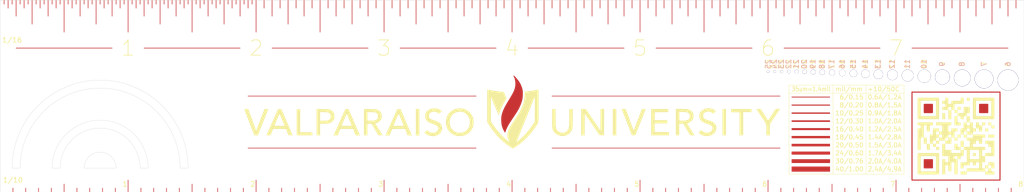
<source format=kicad_pcb>
(kicad_pcb (version 20171130) (host pcbnew "(5.1.5)-3")
  (layers (0 F.Cu signal hide) (31 B.Cu signal) (34 B.Paste user) (35 F.Paste user) (36 B.SilkS user) (37 F.SilkS user hide) (38 B.Mask user) (39 F.Mask user hide) (44 Edge.Cuts user))
  (net 0 "")
  (module PCB_Ruler_6_8:QR_Dots_FP (layer F.Cu) (at 240.50625 90.4875)
    (fp_text reference G*** hide)
    (fp_text value LOGO hide)
  )
  (module PCB_Ruler_6_8:QR_Dots_FP (layer F.Cu) (at 240.50625 90.4875)
    (fp_text reference G*** hide)
    (fp_text value LOGO hide)
    (fp_poly (pts (xy 5.299006 -6.399875) (xy 5.422054 -6.399673) (xy 5.500141 -6.399504) (xy 6.304458 -6.397625) (xy 6.331814 -6.378398) (xy 6.352735 -6.360746) (xy 6.372653 -6.339346) (xy 6.378397 -6.331814) (xy 6.397625 -6.304457) (xy 6.397625 -4.668345) (xy 6.378397 -4.640988) (xy 6.360745 -4.620066) (xy 6.339346 -4.600147) (xy 6.331814 -4.594403) (xy 6.304458 -4.575175) (xy 5.493791 -4.573689) (xy 5.375574 -4.573477) (xy 5.269388 -4.573306) (xy 5.174564 -4.573182) (xy 5.090434 -4.573113) (xy 5.016328 -4.573109) (xy 4.951578 -4.573178) (xy 4.895515 -4.573328) (xy 4.84747 -4.573566) (xy 4.806773 -4.573902) (xy 4.772757 -4.574343) (xy 4.744753 -4.574898) (xy 4.722091 -4.575576) (xy 4.704102 -4.576384) (xy 4.690119 -4.57733) (xy 4.679471 -4.578424) (xy 4.671491 -4.579672) (xy 4.665509 -4.581084) (xy 4.660856 -4.582668) (xy 4.657725 -4.584026) (xy 4.636601 -4.596677) (xy 4.616076 -4.613219) (xy 4.612009 -4.617263) (xy 4.606238 -4.623069) (xy 4.601048 -4.628137) (xy 4.596409 -4.633132) (xy 4.592289 -4.638723) (xy 4.588659 -4.645578) (xy 4.585487 -4.654365) (xy 4.582743 -4.66575) (xy 4.580396 -4.680403) (xy 4.578416 -4.69899) (xy 4.576772 -4.72218) (xy 4.575434 -4.75064) (xy 4.574371 -4.785038) (xy 4.573553 -4.826042) (xy 4.572948 -4.87432) (xy 4.572527 -4.930538) (xy 4.572258 -4.995366) (xy 4.572112 -5.069471) (xy 4.572057 -5.15352) (xy 4.572063 -5.248182) (xy 4.5721 -5.354123) (xy 4.572136 -5.472013) (xy 4.572139 -5.487784) (xy 4.572166 -5.60542) (xy 4.572211 -5.711028) (xy 4.572282 -5.80528) (xy 4.57239 -5.888847) (xy 4.572544 -5.962403) (xy 4.572753 -6.026618) (xy 4.573027 -6.082164) (xy 4.573376 -6.129715) (xy 4.573809 -6.169941) (xy 4.574335 -6.203515) (xy 4.574964 -6.231108) (xy 4.575706 -6.253392) (xy 4.57657 -6.27104) (xy 4.577565 -6.284723) (xy 4.578701 -6.295114) (xy 4.579988 -6.302883) (xy 4.581435 -6.308704) (xy 4.583052 -6.313248) (xy 4.583846 -6.315075) (xy 4.600394 -6.341115) (xy 4.62403 -6.365668) (xy 4.650656 -6.385029) (xy 4.671617 -6.394369) (xy 4.679966 -6.395494) (xy 4.697017 -6.396488) (xy 4.723116 -6.397352) (xy 4.758607 -6.39809) (xy 4.803835 -6.398703) (xy 4.859146 -6.399193) (xy 4.924883 -6.399562) (xy 5.001393 -6.399813) (xy 5.08902 -6.399947) (xy 5.18811 -6.399967) (xy 5.299006 -6.399875)) (layer F.Cu) (width 0.01))
    (fp_poly (pts (xy -5.673794 -6.399875) (xy -5.550746 -6.399673) (xy -5.472659 -6.399504) (xy -4.668342 -6.397625) (xy -4.640986 -6.378398) (xy -4.620065 -6.360746) (xy -4.600147 -6.339346) (xy -4.594403 -6.331814) (xy -4.575175 -6.304457) (xy -4.575175 -4.668345) (xy -4.594403 -4.640988) (xy -4.612055 -4.620066) (xy -4.633454 -4.600147) (xy -4.640986 -4.594403) (xy -4.668342 -4.575175) (xy -5.479009 -4.573689) (xy -5.597226 -4.573477) (xy -5.703412 -4.573306) (xy -5.798236 -4.573182) (xy -5.882366 -4.573113) (xy -5.956472 -4.573109) (xy -6.021222 -4.573178) (xy -6.077285 -4.573328) (xy -6.12533 -4.573566) (xy -6.166027 -4.573902) (xy -6.200043 -4.574343) (xy -6.228047 -4.574898) (xy -6.250709 -4.575576) (xy -6.268698 -4.576384) (xy -6.282681 -4.57733) (xy -6.293329 -4.578424) (xy -6.301309 -4.579672) (xy -6.307291 -4.581084) (xy -6.311944 -4.582668) (xy -6.315075 -4.584026) (xy -6.336199 -4.596677) (xy -6.356724 -4.613219) (xy -6.360791 -4.617263) (xy -6.366562 -4.623069) (xy -6.371752 -4.628137) (xy -6.376391 -4.633132) (xy -6.380511 -4.638723) (xy -6.384141 -4.645578) (xy -6.387313 -4.654365) (xy -6.390057 -4.66575) (xy -6.392404 -4.680403) (xy -6.394384 -4.69899) (xy -6.396028 -4.72218) (xy -6.397366 -4.75064) (xy -6.398429 -4.785038) (xy -6.399247 -4.826042) (xy -6.399852 -4.87432) (xy -6.400273 -4.930538) (xy -6.400542 -4.995366) (xy -6.400688 -5.069471) (xy -6.400743 -5.15352) (xy -6.400737 -5.248182) (xy -6.4007 -5.354123) (xy -6.400664 -5.472013) (xy -6.400661 -5.487784) (xy -6.400634 -5.60542) (xy -6.400589 -5.711028) (xy -6.400518 -5.80528) (xy -6.40041 -5.888847) (xy -6.400256 -5.962403) (xy -6.400047 -6.026618) (xy -6.399773 -6.082164) (xy -6.399424 -6.129715) (xy -6.398991 -6.169941) (xy -6.398465 -6.203515) (xy -6.397836 -6.231108) (xy -6.397094 -6.253392) (xy -6.39623 -6.27104) (xy -6.395235 -6.284723) (xy -6.394099 -6.295114) (xy -6.392812 -6.302883) (xy -6.391365 -6.308704) (xy -6.389748 -6.313248) (xy -6.388954 -6.315075) (xy -6.372406 -6.341115) (xy -6.34877 -6.365668) (xy -6.322144 -6.385029) (xy -6.301183 -6.394369) (xy -6.292834 -6.395494) (xy -6.275783 -6.396488) (xy -6.249684 -6.397352) (xy -6.214193 -6.39809) (xy -6.168965 -6.398703) (xy -6.113654 -6.399193) (xy -6.047917 -6.399562) (xy -5.971407 -6.399813) (xy -5.88378 -6.399947) (xy -5.78469 -6.399967) (xy -5.673794 -6.399875)) (layer F.Cu) (width 0.01))
    (fp_poly (pts (xy -5.673794 4.572925) (xy -5.550746 4.573127) (xy -5.472659 4.573296) (xy -4.668342 4.575175) (xy -4.640986 4.594402) (xy -4.620065 4.612054) (xy -4.600147 4.633454) (xy -4.594403 4.640986) (xy -4.575175 4.668343) (xy -4.575175 6.304455) (xy -4.594403 6.331812) (xy -4.612055 6.352734) (xy -4.633454 6.372653) (xy -4.640986 6.378397) (xy -4.668342 6.397625) (xy -5.479009 6.399111) (xy -5.597226 6.399323) (xy -5.703412 6.399494) (xy -5.798236 6.399618) (xy -5.882366 6.399687) (xy -5.956472 6.399691) (xy -6.021222 6.399622) (xy -6.077285 6.399472) (xy -6.12533 6.399234) (xy -6.166027 6.398898) (xy -6.200043 6.398457) (xy -6.228047 6.397902) (xy -6.250709 6.397224) (xy -6.268698 6.396416) (xy -6.282681 6.39547) (xy -6.293329 6.394376) (xy -6.301309 6.393128) (xy -6.307291 6.391716) (xy -6.311944 6.390132) (xy -6.315075 6.388774) (xy -6.336199 6.376123) (xy -6.356724 6.359581) (xy -6.360791 6.355537) (xy -6.366562 6.349731) (xy -6.371752 6.344663) (xy -6.376391 6.339668) (xy -6.380511 6.334077) (xy -6.384141 6.327222) (xy -6.387313 6.318435) (xy -6.390057 6.30705) (xy -6.392404 6.292397) (xy -6.394384 6.27381) (xy -6.396028 6.25062) (xy -6.397366 6.22216) (xy -6.398429 6.187762) (xy -6.399247 6.146758) (xy -6.399852 6.09848) (xy -6.400273 6.042262) (xy -6.400542 5.977434) (xy -6.400688 5.903329) (xy -6.400743 5.81928) (xy -6.400737 5.724618) (xy -6.4007 5.618677) (xy -6.400664 5.500787) (xy -6.400661 5.485016) (xy -6.400634 5.36738) (xy -6.400589 5.261772) (xy -6.400518 5.16752) (xy -6.40041 5.083953) (xy -6.400256 5.010397) (xy -6.400047 4.946182) (xy -6.399773 4.890636) (xy -6.399424 4.843085) (xy -6.398991 4.802859) (xy -6.398465 4.769285) (xy -6.397836 4.741692) (xy -6.397094 4.719408) (xy -6.39623 4.70176) (xy -6.395235 4.688077) (xy -6.394099 4.677686) (xy -6.392812 4.669917) (xy -6.391365 4.664096) (xy -6.389748 4.659552) (xy -6.388954 4.657725) (xy -6.372406 4.631685) (xy -6.34877 4.607132) (xy -6.322144 4.587771) (xy -6.301183 4.578431) (xy -6.292834 4.577306) (xy -6.275783 4.576312) (xy -6.249684 4.575448) (xy -6.214193 4.57471) (xy -6.168965 4.574097) (xy -6.113654 4.573607) (xy -6.047917 4.573238) (xy -5.971407 4.572987) (xy -5.88378 4.572853) (xy -5.78469 4.572833) (xy -5.673794 4.572925)) (layer F.Cu) (width 0.01))
  )
  (module PCB_Ruler_6_8:QR_Base_FP (layer F.Cu) (at 240.50625 90.4875)
    (fp_text reference G*** hide)
    (fp_text value LOGO hide)
  )
  (module PCB_Ruler_6_8:Flame_FP (layer F.Cu) (at 152.4 85.725)
    (fp_text reference G*** hide)
    (fp_text value LOGO hide)
    (fp_poly (pts (xy 0.335226 -7.250428) (xy 0.392447 -7.218016) (xy 0.485337 -7.137819) (xy 0.605216 -7.0195) (xy 0.743407 -6.872719) (xy 0.891229 -6.707138) (xy 1.040004 -6.532416) (xy 1.181053 -6.358216) (xy 1.305697 -6.194197) (xy 1.382609 -6.08455) (xy 1.676289 -5.585381) (xy 1.901832 -5.068951) (xy 2.057605 -4.53934) (xy 2.109523 -4.26635) (xy 2.126161 -4.097406) (xy 2.13416 -3.875387) (xy 2.134167 -3.619193) (xy 2.126829 -3.347726) (xy 2.112793 -3.079885) (xy 2.092706 -2.834571) (xy 2.067213 -2.630683) (xy 2.050457 -2.54) (xy 1.949597 -2.154985) (xy 1.810779 -1.7357) (xy 1.64204 -1.304009) (xy 1.451415 -0.881779) (xy 1.410319 -0.798286) (xy 1.345677 -0.670581) (xy 1.281629 -0.548392) (xy 1.214455 -0.425839) (xy 1.140438 -0.297043) (xy 1.055858 -0.156125) (xy 0.956998 0.002794) (xy 0.840138 0.185595) (xy 0.70156 0.398157) (xy 0.537545 0.646358) (xy 0.344375 0.936078) (xy 0.118332 1.273198) (xy -0.144304 1.663595) (xy -0.1847 1.723572) (xy -0.496663 2.206597) (xy -0.765419 2.664428) (xy -0.987836 3.091152) (xy -1.160782 3.480858) (xy -1.256526 3.7465) (xy -1.303243 3.885377) (xy -1.344414 3.993418) (xy -1.373931 4.055232) (xy -1.382554 4.064) (xy -1.414171 4.035929) (xy -1.469661 3.963453) (xy -1.517925 3.891643) (xy -1.753115 3.473248) (xy -1.931438 3.037821) (xy -2.055572 2.575522) (xy -2.12819 2.076512) (xy -2.151896 1.560404) (xy -2.151234 1.322706) (xy -2.145383 1.135926) (xy -2.132302 0.978479) (xy -2.10995 0.828782) (xy -2.076287 0.665249) (xy -2.060978 0.598714) (xy -2.000176 0.355084) (xy -1.933266 0.122068) (xy -1.856879 -0.10728) (xy -1.767644 -0.339907) (xy -1.66219 -0.582761) (xy -1.537146 -0.842788) (xy -1.389143 -1.126937) (xy -1.214809 -1.442153) (xy -1.010775 -1.795385) (xy -0.773668 -2.19358) (xy -0.50012 -2.643684) (xy -0.441338 -2.739571) (xy -0.189032 -3.158571) (xy 0.022464 -3.528664) (xy 0.196746 -3.858343) (xy 0.33741 -4.156102) (xy 0.448052 -4.430432) (xy 0.53227 -4.689827) (xy 0.593658 -4.942779) (xy 0.635813 -5.197782) (xy 0.649482 -5.315616) (xy 0.664341 -5.799697) (xy 0.610053 -6.272959) (xy 0.487799 -6.728047) (xy 0.379046 -6.996428) (xy 0.319591 -7.127346) (xy 0.288943 -7.205331) (xy 0.284916 -7.243067) (xy 0.305319 -7.25324) (xy 0.335226 -7.250428)) (layer F.Cu) (width 0.01))
  )
  (module PCB_Ruler_6_8:Flame_FP (layer F.Cu) (at 152.4 85.725)
    (fp_text reference G*** hide)
    (fp_text value LOGO hide)
  )
  (module PCB_Ruler_6_8:Logo_FP (layer F.Cu) (at 152.4 85.725)
    (fp_text reference G*** hide)
    (fp_text value LOGO hide)
  )
  (gr_text 21 (at 208.790012 76.2 90) (layer B.SilkS) (effects (font (size 1 1)) (justify mirror)))
  (gr_text 22 (at 207.274034 76.2 90) (layer B.SilkS) (effects (font (size 1 1)) (justify mirror)))
  (gr_text 23 (at 205.834256 76.2 90) (layer B.SilkS) (effects (font (size 1 1)) (justify mirror)))
  (gr_text "25\n" (at 203.2 76.2 90) (layer B.SilkS) (effects (font (size 1 1)) (justify mirror)))
  (gr_text 24 (at 204.457978 76.2 90) (layer B.SilkS) (effects (font (size 1 1)) (justify mirror)))
  (gr_text 19 (at 212.101368 76.2 90) (layer B.SilkS) (effects (font (size 1 1)) (justify mirror)))
  (gr_text 17 (at 215.831824 76.2 90) (layer B.SilkS) (effects (font (size 1 1)) (justify mirror)))
  (gr_text 14 (at 222.462558 76.2 90) (layer B.SilkS) (effects (font (size 1 1)) (justify mirror)))
  (gr_text 20 (at 210.39489 76.2 90) (layer B.SilkS) (effects (font (size 1 1)) (justify mirror)))
  (gr_text "8\n" (at 241.680326 76.2 90) (layer B.SilkS) (effects (font (size 1 1)) (justify mirror)))
  (gr_text "6\n" (at 250.825 76.2 90) (layer B.SilkS) (effects (font (size 1 1)) (justify mirror)))
  (gr_text 11 (at 230.845892 76.2 90) (layer B.SilkS) (effects (font (size 1 1)) (justify mirror)))
  (gr_text 16 (at 217.881202 76.2 90) (layer B.SilkS) (effects (font (size 1 1)) (justify mirror)))
  (gr_text "7\n" (at 246.0625 76.2 90) (layer B.SilkS) (effects (font (size 1 1)) (justify mirror)))
  (gr_text 15 (at 220.08298 76.2 90) (layer B.SilkS) (effects (font (size 1 1)) (justify mirror)))
  (gr_text 9 (at 237.738648 76.2 90) (layer B.SilkS) (effects (font (size 1 1)) (justify mirror)))
  (gr_text 13 (at 225.032636 76.2 90) (layer B.SilkS) (effects (font (size 1 1)) (justify mirror)))
  (gr_text 18 (at 213.909446 76.2 90) (layer B.SilkS) (effects (font (size 1 1)) (justify mirror)))
  (gr_text 12 (at 227.818614 76.2 90) (layer B.SilkS) (effects (font (size 1 1)) (justify mirror)))
  (gr_text 10 (at 234.13987 76.2 90) (layer B.SilkS) (effects (font (size 1 1)) (justify mirror)))
  (gr_line (start 249.2375 99.21875) (end 249.2375 81.75625) (layer F.Cu) (width 0.2))
  (gr_line (start 249.2375 81.75625) (end 231.775 81.75625) (layer F.Cu) (width 0.2))
  (gr_line (start 231.775 99.21875) (end 249.2375 99.21875) (layer F.Cu) (width 0.2))
  (gr_line (start 231.775 81.75625) (end 231.775 99.21875) (layer F.Cu) (width 0.2))
  (gr_text "1/16\n\n\n" (at 53.18125 73.025) (layer F.SilkS) (effects (font (size 1 1))))
  (gr_line (start 100.80625 63.5) (end 100.80625 64.29375) (layer F.Cu) (width 0.12))
  (gr_line (start 99.21875 63.5) (end 99.21875 64.29375) (layer F.Cu) (width 0.12))
  (gr_line (start 97.63125 63.5) (end 97.63125 64.29375) (layer F.Cu) (width 0.12))
  (gr_line (start 96.04375 63.5) (end 96.04375 64.29375) (layer F.Cu) (width 0.12))
  (gr_line (start 94.45625 63.5) (end 94.45625 64.29375) (layer F.Cu) (width 0.12))
  (gr_line (start 92.86875 63.5) (end 92.86875 64.29375) (layer F.Cu) (width 0.12))
  (gr_line (start 91.28125 63.5) (end 91.28125 64.29375) (layer F.Cu) (width 0.12))
  (gr_line (start 89.69375 63.5) (end 89.69375 64.29375) (layer F.Cu) (width 0.12))
  (gr_line (start 88.10625 63.5) (end 88.10625 64.29375) (layer F.Cu) (width 0.12))
  (gr_line (start 86.51875 63.5) (end 86.51875 64.29375) (layer F.Cu) (width 0.12))
  (gr_line (start 84.93125 63.5) (end 84.93125 64.29375) (layer F.Cu) (width 0.12))
  (gr_line (start 83.34375 63.5) (end 83.34375 64.29375) (layer F.Cu) (width 0.12))
  (gr_line (start 81.75625 63.5) (end 81.75625 64.29375) (layer F.Cu) (width 0.12))
  (gr_line (start 80.16875 63.5) (end 80.16875 64.29375) (layer F.Cu) (width 0.12))
  (gr_line (start 78.58125 63.5) (end 78.58125 64.29375) (layer F.Cu) (width 0.12))
  (gr_line (start 76.99375 63.5) (end 76.99375 64.29375) (layer F.Cu) (width 0.12))
  (gr_line (start 75.40625 63.5) (end 75.40625 64.29375) (layer F.Cu) (width 0.12))
  (gr_line (start 73.81875 63.5) (end 73.81875 64.29375) (layer F.Cu) (width 0.12))
  (gr_line (start 72.23125 63.5) (end 72.23125 64.29375) (layer F.Cu) (width 0.12))
  (gr_line (start 70.64375 63.5) (end 70.64375 64.29375) (layer F.Cu) (width 0.12))
  (gr_line (start 69.05625 63.5) (end 69.05625 64.29375) (layer F.Cu) (width 0.12))
  (gr_line (start 67.46875 63.5) (end 67.46875 64.29375) (layer F.Cu) (width 0.12))
  (gr_line (start 65.88125 63.5) (end 65.88125 64.29375) (layer F.Cu) (width 0.12))
  (gr_line (start 64.29375 63.5) (end 64.29375 64.29375) (layer F.Cu) (width 0.12))
  (gr_line (start 62.70625 63.5) (end 62.70625 64.29375) (layer F.Cu) (width 0.12))
  (gr_line (start 61.11875 63.5) (end 61.11875 64.29375) (layer F.Cu) (width 0.12))
  (gr_line (start 59.53125 63.5) (end 59.53125 64.29375) (layer F.Cu) (width 0.12))
  (gr_line (start 57.94375 63.5) (end 57.94375 64.29375) (layer F.Cu) (width 0.12))
  (gr_line (start 56.35625 63.5) (end 56.35625 64.29375) (layer F.Cu) (width 0.12))
  (gr_line (start 54.76875 63.5) (end 54.76875 64.29375) (layer F.Cu) (width 0.12))
  (gr_line (start 53.18125 63.5) (end 53.18125 64.29375) (layer F.Cu) (width 0.12))
  (gr_line (start 51.59375 63.5) (end 51.59375 64.29375) (layer F.Cu) (width 0.12))
  (gr_text "1/10\n\n" (at 53.34 100.0125) (layer F.SilkS) (effects (font (size 1 1))))
  (gr_line (start 254 63.5) (end 50.8 63.5) (layer Edge.Cuts) (width 0.05))
  (gr_line (start 100.0125 82.55) (end 145.25625 82.55) (layer F.Cu) (width 0.12))
  (gr_line (start 100.0125 92.86875) (end 145.25625 92.86875) (layer F.Cu) (width 0.12))
  (gr_line (start 160.3375 92.86875) (end 205.58125 92.86875) (layer F.Cu) (width 0.12))
  (gr_line (start 160.3375 82.55) (end 205.58125 82.55) (layer F.Cu) (width 0.12))
  (gr_line (start 222.647308 80.367188) (end 222.647308 98.028116) (layer F.SilkS) (width 0.0762))
  (gr_line (start 216.098434 80.367188) (end 216.098434 98.028116) (layer F.SilkS) (width 0.0762))
  (gr_line (start 207.367184 81.954688) (end 207.367184 98.028116) (layer F.SilkS) (width 0.0762))
  (gr_line (start 230.187952 81.954688) (end 230.18835 98.028116) (layer F.SilkS) (width 0.0762))
  (gr_line (start 207.367582 98.028116) (end 230.18835 98.028116) (layer F.SilkS) (width 0.0762))
  (gr_line (start 230.187952 80.367188) (end 230.187952 81.954688) (layer F.SilkS) (width 0.0762))
  (gr_line (start 207.367184 80.367188) (end 230.187952 80.367188) (layer F.SilkS) (width 0.0762))
  (gr_line (start 207.367184 81.954688) (end 207.367184 80.367188) (layer F.SilkS) (width 0.0762))
  (gr_line (start 230.187952 81.954688) (end 207.367184 81.954688) (layer F.SilkS) (width 0.0762))
  (gr_text 35um=1.4mil (at 215.701559 81.160938) (layer F.SilkS) (effects (font (size 0.889 0.762)) (justify right)))
  (gr_text +10/50C (at 229.3942 81.160938) (layer F.SilkS) (effects (font (size 0.889 0.889)) (justify right)))
  (gr_text mil/mm (at 222.051994 81.160938) (layer F.SilkS) (effects (font (size 0.889 0.889)) (justify right)))
  (gr_text 2.0A/4.0A (at 229.790625 95.448438) (layer F.SilkS) (effects (font (size 1 0.889)) (justify right)))
  (gr_text 1.5A/3.0A (at 229.790625 92.273438) (layer F.SilkS) (effects (font (size 0.889 0.889)) (justify right)))
  (gr_text 2.4A/4.9A (at 229.790625 97.035938) (layer F.SilkS) (effects (font (size 1 0.889)) (justify right)))
  (gr_text 1.7A/3.4A (at 229.790625 93.860938) (layer F.SilkS) (effects (font (size 0.889 0.889)) (justify right)))
  (gr_text 1.4A/2.8A (at 229.790625 90.685938) (layer F.SilkS) (effects (font (size 0.889 0.889)) (justify right)))
  (gr_text 1.2A/2.5A (at 229.790625 89.098438) (layer F.SilkS) (effects (font (size 0.889 0.889)) (justify right)))
  (gr_text 1.0A/2.0A (at 229.790615 87.510938) (layer F.SilkS) (effects (font (size 0.889 0.889)) (justify right)))
  (gr_text "0.9A/1.8A\n" (at 229.790615 85.923438) (layer F.SilkS) (effects (font (size 0.889 0.889)) (justify right)))
  (gr_text "0.8A/1.5A\n" (at 229.790615 84.335938) (layer F.SilkS) (effects (font (size 0.889 0.889)) (justify right)))
  (gr_text 0.6A/1.2A (at 229.790615 82.748438) (layer F.SilkS) (effects (font (size 0.889 0.889)) (justify right)))
  (gr_text "6/0.15\n" (at 222.249994 82.748438) (layer F.SilkS) (effects (font (size 0.889 0.889)) (justify right)))
  (gr_text 40/1.00 (at 222.250002 97.035938) (layer F.SilkS) (effects (font (size 0.889 0.889)) (justify right)))
  (gr_text 30/0.76 (at 222.250002 95.448438) (layer F.SilkS) (effects (font (size 0.889 0.889)) (justify right)))
  (gr_text 24/0.60 (at 222.250002 93.860938) (layer F.SilkS) (effects (font (size 0.889 0.889)) (justify right)))
  (gr_text 20/0.50 (at 222.250002 92.273438) (layer F.SilkS) (effects (font (size 0.889 0.889)) (justify right)))
  (gr_text 18/0.45 (at 222.250002 90.685938) (layer F.SilkS) (effects (font (size 0.889 0.889)) (justify right)))
  (gr_text 16/0.40 (at 222.250002 89.098438) (layer F.SilkS) (effects (font (size 0.889 0.889)) (justify right)))
  (gr_text "12/0.30\n" (at 222.249994 87.510938) (layer F.SilkS) (effects (font (size 0.889 0.889)) (justify right)))
  (gr_text "10/0.25\n" (at 222.249994 85.923438) (layer F.SilkS) (effects (font (size 0.889 0.889)) (justify right)))
  (gr_text "8/0.20\n" (at 222.249994 84.335938) (layer F.SilkS) (effects (font (size 0.889 0.889)) (justify right)))
  (gr_poly (pts (xy 215.503121 89.301638) (xy 207.883121 89.301638) (xy 207.883121 88.895238) (xy 215.503121 88.895238)) (layer F.Cu) (width 0))
  (gr_poly (pts (xy 215.503121 92.527438) (xy 207.883121 92.527438) (xy 207.883121 92.019438) (xy 215.503121 92.019438)) (layer F.Cu) (width 0))
  (gr_poly (pts (xy 215.503121 97.543938) (xy 207.883121 97.543938) (xy 207.883121 96.527938) (xy 215.503121 96.527938)) (layer F.Cu) (width 0))
  (gr_poly (pts (xy 215.503121 95.829438) (xy 207.883121 95.829438) (xy 207.883121 95.067438) (xy 215.503121 95.067438)) (layer F.Cu) (width 0))
  (gr_poly (pts (xy 215.503121 94.165738) (xy 207.883121 94.165738) (xy 207.883121 93.556138) (xy 215.503121 93.556138)) (layer F.Cu) (width 0))
  (gr_poly (pts (xy 215.503121 90.914538) (xy 207.883121 90.914538) (xy 207.883121 90.457338) (xy 215.503121 90.457338)) (layer F.Cu) (width 0))
  (gr_poly (pts (xy 215.503121 87.663338) (xy 207.883121 87.663338) (xy 207.883121 87.358538) (xy 215.503121 87.358538)) (layer F.Cu) (width 0))
  (gr_poly (pts (xy 215.503121 86.050438) (xy 207.883121 86.050438) (xy 207.883121 85.796438) (xy 215.503121 85.796438)) (layer F.Cu) (width 0))
  (gr_poly (pts (xy 215.503121 84.437538) (xy 207.883121 84.437538) (xy 207.883121 84.234338) (xy 215.503121 84.234338)) (layer F.Cu) (width 0))
  (gr_poly (pts (xy 215.503121 82.824638) (xy 207.883121 82.824638) (xy 207.883121 82.672238) (xy 215.503121 82.672238)) (layer F.Cu) (width 0))
  (gr_line (start 254 101.6) (end 50.8 101.6) (layer Edge.Cuts) (width 0.05))
  (gr_text 8 (at 253.365 100.0125) (layer F.SilkS) (effects (font (size 1 1))))
  (gr_line (start 231.14 101.6) (end 231.14 100.80625) (layer F.Cu) (width 0.12))
  (gr_line (start 241.3 101.6) (end 241.3 100.0125) (layer F.Cu) (width 0.12))
  (gr_line (start 238.76 101.6) (end 238.76 100.80625) (layer F.Cu) (width 0.12))
  (gr_line (start 246.38 101.6) (end 246.38 100.80625) (layer F.Cu) (width 0.12))
  (gr_line (start 251.46 101.6) (end 251.46 100.80625) (layer F.Cu) (width 0.12))
  (gr_line (start 243.84 101.6) (end 243.84 100.80625) (layer F.Cu) (width 0.12))
  (gr_line (start 233.68 101.6) (end 233.68 100.80625) (layer F.Cu) (width 0.12))
  (gr_line (start 248.92 101.6) (end 248.92 100.80625) (layer F.Cu) (width 0.12))
  (gr_line (start 236.22 101.6) (end 236.22 100.80625) (layer F.Cu) (width 0.12))
  (gr_text 7 (at 227.965 100.0125) (layer F.SilkS) (effects (font (size 1 1))))
  (gr_line (start 205.74 101.6) (end 205.74 100.80625) (layer F.Cu) (width 0.12))
  (gr_line (start 228.6 101.6) (end 228.6 99.21875) (layer F.Cu) (width 0.12))
  (gr_line (start 215.9 101.6) (end 215.9 100.0125) (layer F.Cu) (width 0.12))
  (gr_line (start 213.36 101.6) (end 213.36 100.80625) (layer F.Cu) (width 0.12))
  (gr_line (start 220.98 101.6) (end 220.98 100.80625) (layer F.Cu) (width 0.12))
  (gr_line (start 226.06 101.6) (end 226.06 100.80625) (layer F.Cu) (width 0.12))
  (gr_line (start 218.44 101.6) (end 218.44 100.80625) (layer F.Cu) (width 0.12))
  (gr_line (start 208.28 101.6) (end 208.28 100.80625) (layer F.Cu) (width 0.12))
  (gr_line (start 223.52 101.6) (end 223.52 100.80625) (layer F.Cu) (width 0.12))
  (gr_line (start 210.82 101.6) (end 210.82 100.80625) (layer F.Cu) (width 0.12))
  (gr_text 6 (at 202.565 100.0125) (layer F.SilkS) (effects (font (size 1 1))))
  (gr_line (start 180.34 101.6) (end 180.34 100.80625) (layer F.Cu) (width 0.12))
  (gr_line (start 203.2 101.6) (end 203.2 99.21875) (layer F.Cu) (width 0.12))
  (gr_line (start 190.5 101.6) (end 190.5 100.0125) (layer F.Cu) (width 0.12))
  (gr_line (start 187.96 101.6) (end 187.96 100.80625) (layer F.Cu) (width 0.12))
  (gr_line (start 195.58 101.6) (end 195.58 100.80625) (layer F.Cu) (width 0.12))
  (gr_line (start 200.66 101.6) (end 200.66 100.80625) (layer F.Cu) (width 0.12))
  (gr_line (start 193.04 101.6) (end 193.04 100.80625) (layer F.Cu) (width 0.12))
  (gr_line (start 182.88 101.6) (end 182.88 100.80625) (layer F.Cu) (width 0.12))
  (gr_line (start 198.12 101.6) (end 198.12 100.80625) (layer F.Cu) (width 0.12))
  (gr_line (start 185.42 101.6) (end 185.42 100.80625) (layer F.Cu) (width 0.12))
  (gr_text 5 (at 177.165 100.0125) (layer F.SilkS) (effects (font (size 1 1))))
  (gr_line (start 154.94 101.6) (end 154.94 100.80625) (layer F.Cu) (width 0.12))
  (gr_line (start 177.8 101.6) (end 177.8 99.21875) (layer F.Cu) (width 0.12))
  (gr_line (start 165.1 101.6) (end 165.1 100.0125) (layer F.Cu) (width 0.12))
  (gr_line (start 162.56 101.6) (end 162.56 100.80625) (layer F.Cu) (width 0.12))
  (gr_line (start 170.18 101.6) (end 170.18 100.80625) (layer F.Cu) (width 0.12))
  (gr_line (start 175.26 101.6) (end 175.26 100.80625) (layer F.Cu) (width 0.12))
  (gr_line (start 167.64 101.6) (end 167.64 100.80625) (layer F.Cu) (width 0.12))
  (gr_line (start 157.48 101.6) (end 157.48 100.80625) (layer F.Cu) (width 0.12))
  (gr_line (start 172.72 101.6) (end 172.72 100.80625) (layer F.Cu) (width 0.12))
  (gr_line (start 160.02 101.6) (end 160.02 100.80625) (layer F.Cu) (width 0.12))
  (gr_text 4 (at 151.765 100.0125) (layer F.SilkS) (effects (font (size 1 1))))
  (gr_line (start 129.54 101.6) (end 129.54 100.80625) (layer F.Cu) (width 0.12))
  (gr_line (start 152.4 101.6) (end 152.4 99.21875) (layer F.Cu) (width 0.12))
  (gr_line (start 139.7 101.6) (end 139.7 100.0125) (layer F.Cu) (width 0.12))
  (gr_line (start 137.16 101.6) (end 137.16 100.80625) (layer F.Cu) (width 0.12))
  (gr_line (start 144.78 101.6) (end 144.78 100.80625) (layer F.Cu) (width 0.12))
  (gr_line (start 149.86 101.6) (end 149.86 100.80625) (layer F.Cu) (width 0.12))
  (gr_line (start 142.24 101.6) (end 142.24 100.80625) (layer F.Cu) (width 0.12))
  (gr_line (start 132.08 101.6) (end 132.08 100.80625) (layer F.Cu) (width 0.12))
  (gr_line (start 147.32 101.6) (end 147.32 100.80625) (layer F.Cu) (width 0.12))
  (gr_line (start 134.62 101.6) (end 134.62 100.80625) (layer F.Cu) (width 0.12))
  (gr_text 3 (at 126.365 100.0125) (layer F.SilkS) (effects (font (size 1 1))))
  (gr_line (start 104.14 101.6) (end 104.14 100.80625) (layer F.Cu) (width 0.12))
  (gr_line (start 127 101.6) (end 127 99.21875) (layer F.Cu) (width 0.12))
  (gr_line (start 114.3 101.6) (end 114.3 100.0125) (layer F.Cu) (width 0.12))
  (gr_line (start 111.76 101.6) (end 111.76 100.80625) (layer F.Cu) (width 0.12))
  (gr_line (start 119.38 101.6) (end 119.38 100.80625) (layer F.Cu) (width 0.12))
  (gr_line (start 124.46 101.6) (end 124.46 100.80625) (layer F.Cu) (width 0.12))
  (gr_line (start 116.84 101.6) (end 116.84 100.80625) (layer F.Cu) (width 0.12))
  (gr_line (start 106.68 101.6) (end 106.68 100.80625) (layer F.Cu) (width 0.12))
  (gr_line (start 121.92 101.6) (end 121.92 100.80625) (layer F.Cu) (width 0.12))
  (gr_line (start 109.22 101.6) (end 109.22 100.80625) (layer F.Cu) (width 0.12))
  (gr_text 2 (at 100.965 100.0125) (layer F.SilkS) (effects (font (size 1 1))))
  (gr_line (start 78.74 101.6) (end 78.74 100.80625) (layer F.Cu) (width 0.12))
  (gr_line (start 101.6 101.6) (end 101.6 99.21875) (layer F.Cu) (width 0.12))
  (gr_line (start 88.9 101.6) (end 88.9 100.0125) (layer F.Cu) (width 0.12))
  (gr_line (start 86.36 101.6) (end 86.36 100.80625) (layer F.Cu) (width 0.12))
  (gr_line (start 93.98 101.6) (end 93.98 100.80625) (layer F.Cu) (width 0.12))
  (gr_line (start 99.06 101.6) (end 99.06 100.80625) (layer F.Cu) (width 0.12))
  (gr_line (start 91.44 101.6) (end 91.44 100.80625) (layer F.Cu) (width 0.12))
  (gr_line (start 81.28 101.6) (end 81.28 100.80625) (layer F.Cu) (width 0.12))
  (gr_line (start 96.52 101.6) (end 96.52 100.80625) (layer F.Cu) (width 0.12))
  (gr_line (start 83.82 101.6) (end 83.82 100.80625) (layer F.Cu) (width 0.12))
  (gr_line (start 73.66 101.6) (end 73.66 100.80625) (layer F.Cu) (width 0.12))
  (gr_line (start 71.12 101.6) (end 71.12 100.80625) (layer F.Cu) (width 0.12))
  (gr_line (start 68.58 101.6) (end 68.58 100.80625) (layer F.Cu) (width 0.12))
  (gr_line (start 66.04 101.6) (end 66.04 100.80625) (layer F.Cu) (width 0.12))
  (gr_line (start 60.96 101.6) (end 60.96 100.80625) (layer F.Cu) (width 0.12))
  (gr_line (start 58.42 101.6) (end 58.42 100.80625) (layer F.Cu) (width 0.12))
  (gr_line (start 55.88 101.6) (end 55.88 100.80625) (layer F.Cu) (width 0.12))
  (gr_line (start 254 101.6) (end 254 63.5) (layer Edge.Cuts) (width 0.05))
  (gr_text 1 (at 75.565 100.0125) (layer F.SilkS) (effects (font (size 1 1))))
  (gr_line (start 76.2 101.6) (end 76.2 99.21875) (layer F.Cu) (width 0.12))
  (gr_line (start 63.5 101.6) (end 63.5 100.0125) (layer F.Cu) (width 0.12))
  (gr_line (start 53.34 101.6) (end 53.34 100.80625) (layer F.Cu) (width 0.12))
  (gr_text 19 (at 212.101368 76.2 90) (layer F.SilkS) (effects (font (size 1 1))))
  (gr_text "25\n" (at 203.2 76.2 90) (layer F.SilkS) (effects (font (size 1 1))))
  (gr_text 24 (at 204.457978 76.2 90) (layer F.SilkS) (effects (font (size 1 1))))
  (gr_text 23 (at 205.834256 76.2 90) (layer F.SilkS) (effects (font (size 1 1))))
  (gr_text 22 (at 207.274034 76.2 90) (layer F.SilkS) (effects (font (size 1 1))))
  (gr_text 21 (at 208.790012 76.2 90) (layer F.SilkS) (effects (font (size 1 1))))
  (gr_text 20 (at 210.39489 76.2 90) (layer F.SilkS) (effects (font (size 1 1))))
  (gr_text 18 (at 213.909446 76.2 90) (layer F.SilkS) (effects (font (size 1 1))))
  (gr_text 17 (at 215.831824 76.2 90) (layer F.SilkS) (effects (font (size 1 1))))
  (gr_text 16 (at 217.881202 76.2 90) (layer F.SilkS) (effects (font (size 1 1))))
  (gr_text 15 (at 220.08298 76.2 90) (layer F.SilkS) (effects (font (size 1 1))))
  (gr_text 14 (at 222.462558 76.2 90) (layer F.SilkS) (effects (font (size 1 1))))
  (gr_text 13 (at 225.032636 76.2 90) (layer F.SilkS) (effects (font (size 1 1))))
  (gr_text 12 (at 227.818614 76.2 90) (layer F.SilkS) (effects (font (size 1 1))))
  (gr_text 11 (at 230.845892 76.2 90) (layer F.SilkS) (effects (font (size 1 1))))
  (gr_text 10 (at 234.13987 76.2 90) (layer F.SilkS) (effects (font (size 1 1))))
  (gr_text 9 (at 237.738648 76.2 90) (layer F.SilkS) (effects (font (size 1 1))))
  (gr_text "8\n" (at 241.680326 76.2 90) (layer F.SilkS) (effects (font (size 1 1))))
  (gr_text "7\n" (at 246.0625 76.2 90) (layer F.SilkS) (effects (font (size 1 1))))
  (gr_text "6\n" (at 250.825 76.2 90) (layer F.SilkS) (effects (font (size 1 1))))
  (gr_line (start 73.81875 96.8375) (end 67.46875 96.8375) (layer Edge.Cuts) (width 0.05))
  (gr_arc (start 70.64375 96.8375) (end 73.81875 96.8375) (angle -180) (layer Edge.Cuts) (width 0.05))
  (gr_line (start 54.76875 96.8375) (end 53.18125 96.8375) (layer Edge.Cuts) (width 0.05))
  (gr_line (start 86.51875 96.8375) (end 88.10625 96.8375) (layer Edge.Cuts) (width 0.05))
  (gr_line (start 78.58125 96.8375) (end 80.16875 96.8375) (layer Edge.Cuts) (width 0.05))
  (gr_line (start 61.11875 96.8375) (end 62.70625 96.8375) (layer Edge.Cuts) (width 0.05))
  (gr_arc (start 70.64375 96.8375) (end 80.16875 96.8375) (angle -180) (layer Edge.Cuts) (width 0.05))
  (gr_arc (start 70.64375 96.8375) (end 78.58125 96.8375) (angle -180) (layer Edge.Cuts) (width 0.05))
  (gr_arc (start 70.64375 96.8375) (end 86.51875 96.8375) (angle -180) (layer Edge.Cuts) (width 0.05))
  (gr_arc (start 70.64375 96.8375) (end 88.10625 96.8375) (angle -180) (layer Edge.Cuts) (width 0.05))
  (gr_line (start 231.775 73.025) (end 250.825 73.025) (layer F.Cu) (width 0.12))
  (gr_text 7 (at 228.6 73.025) (layer F.SilkS) (effects (font (size 3.048 3.048))))
  (gr_line (start 206.375 73.025) (end 225.425 73.025) (layer F.Cu) (width 0.12))
  (gr_line (start 228.6 63.5) (end 228.6 69.85) (layer F.Cu) (width 0.12))
  (gr_text 6 (at 203.2 73.025) (layer F.SilkS) (effects (font (size 3.048 3.048))))
  (gr_line (start 180.975 73.025) (end 200.025 73.025) (layer F.Cu) (width 0.12))
  (gr_line (start 203.2 63.5) (end 203.2 69.85) (layer F.Cu) (width 0.12))
  (gr_text 5 (at 177.8 73.025) (layer F.SilkS) (effects (font (size 3.048 3.048))))
  (gr_line (start 155.575 73.025) (end 174.625 73.025) (layer F.Cu) (width 0.12))
  (gr_line (start 177.8 63.5) (end 177.8 69.85) (layer F.Cu) (width 0.12))
  (gr_text 4 (at 152.4 73.025) (layer F.SilkS) (effects (font (size 3.048 3.048))))
  (gr_line (start 130.175 73.025) (end 149.225 73.025) (layer F.Cu) (width 0.12))
  (gr_line (start 152.4 63.5) (end 152.4 69.85) (layer F.Cu) (width 0.12))
  (gr_text 3 (at 127 73.025) (layer F.SilkS) (effects (font (size 3.048 3.048))))
  (gr_line (start 104.775 73.025) (end 123.825 73.025) (layer F.Cu) (width 0.12))
  (gr_line (start 127 63.5) (end 127 69.85) (layer F.Cu) (width 0.12))
  (gr_text "2\n" (at 101.6 73.025) (layer F.SilkS) (effects (font (size 3.048 3.048))))
  (gr_line (start 79.375 73.025) (end 98.425 73.025) (layer F.Cu) (width 0.12))
  (gr_line (start 101.6 63.5) (end 101.6 69.85) (layer F.Cu) (width 0.12))
  (gr_line (start 76.2 63.5) (end 76.2 69.85) (layer F.Cu) (width 0.12))
  (gr_line (start 53.975 73.025) (end 73.025 73.025) (layer F.Cu) (width 0.12))
  (gr_text 1 (at 76.2 73.025) (layer F.SilkS) (effects (font (size 3.048 3.048))))
  (gr_line (start 230.1875 63.5) (end 230.1875 65.0875) (layer F.Cu) (width 0.12))
  (gr_line (start 233.3625 63.5) (end 233.3625 65.0875) (layer F.Cu) (width 0.12))
  (gr_line (start 241.3 63.5) (end 241.3 69.85) (layer F.Cu) (width 0.12))
  (gr_line (start 236.5375 63.5) (end 236.5375 65.0875) (layer F.Cu) (width 0.12))
  (gr_line (start 247.65 63.5) (end 247.65 68.2625) (layer F.Cu) (width 0.12))
  (gr_line (start 231.775 63.5) (end 231.775 66.675) (layer F.Cu) (width 0.12))
  (gr_line (start 252.4125 63.5) (end 252.4125 65.0875) (layer F.Cu) (width 0.12))
  (gr_line (start 246.0625 63.5) (end 246.0625 65.0875) (layer F.Cu) (width 0.12))
  (gr_line (start 244.475 63.5) (end 244.475 66.675) (layer F.Cu) (width 0.12))
  (gr_line (start 238.125 63.5) (end 238.125 66.675) (layer F.Cu) (width 0.12))
  (gr_line (start 239.7125 63.5) (end 239.7125 65.0875) (layer F.Cu) (width 0.12))
  (gr_line (start 242.8875 63.5) (end 242.8875 65.0875) (layer F.Cu) (width 0.12))
  (gr_line (start 234.95 63.5) (end 234.95 68.2625) (layer F.Cu) (width 0.12))
  (gr_line (start 250.825 63.5) (end 250.825 66.675) (layer F.Cu) (width 0.12))
  (gr_line (start 249.2375 63.5) (end 249.2375 65.0875) (layer F.Cu) (width 0.12))
  (gr_line (start 204.7875 63.5) (end 204.7875 65.0875) (layer F.Cu) (width 0.12))
  (gr_line (start 207.9625 63.5) (end 207.9625 65.0875) (layer F.Cu) (width 0.12))
  (gr_line (start 215.9 63.5) (end 215.9 69.85) (layer F.Cu) (width 0.12))
  (gr_line (start 211.1375 63.5) (end 211.1375 65.0875) (layer F.Cu) (width 0.12))
  (gr_line (start 222.25 63.5) (end 222.25 68.2625) (layer F.Cu) (width 0.12))
  (gr_line (start 206.375 63.5) (end 206.375 66.675) (layer F.Cu) (width 0.12))
  (gr_line (start 227.0125 63.5) (end 227.0125 65.0875) (layer F.Cu) (width 0.12))
  (gr_line (start 220.6625 63.5) (end 220.6625 65.0875) (layer F.Cu) (width 0.12))
  (gr_line (start 219.075 63.5) (end 219.075 66.675) (layer F.Cu) (width 0.12))
  (gr_line (start 212.725 63.5) (end 212.725 66.675) (layer F.Cu) (width 0.12))
  (gr_line (start 214.3125 63.5) (end 214.3125 65.0875) (layer F.Cu) (width 0.12))
  (gr_line (start 217.4875 63.5) (end 217.4875 65.0875) (layer F.Cu) (width 0.12))
  (gr_line (start 209.55 63.5) (end 209.55 68.2625) (layer F.Cu) (width 0.12))
  (gr_line (start 225.425 63.5) (end 225.425 66.675) (layer F.Cu) (width 0.12))
  (gr_line (start 223.8375 63.5) (end 223.8375 65.0875) (layer F.Cu) (width 0.12))
  (gr_line (start 179.3875 63.5) (end 179.3875 65.0875) (layer F.Cu) (width 0.12))
  (gr_line (start 182.5625 63.5) (end 182.5625 65.0875) (layer F.Cu) (width 0.12))
  (gr_line (start 190.5 63.5) (end 190.5 69.85) (layer F.Cu) (width 0.12))
  (gr_line (start 185.7375 63.5) (end 185.7375 65.0875) (layer F.Cu) (width 0.12))
  (gr_line (start 196.85 63.5) (end 196.85 68.2625) (layer F.Cu) (width 0.12))
  (gr_line (start 180.975 63.5) (end 180.975 66.675) (layer F.Cu) (width 0.12))
  (gr_line (start 201.6125 63.5) (end 201.6125 65.0875) (layer F.Cu) (width 0.12))
  (gr_line (start 195.2625 63.5) (end 195.2625 65.0875) (layer F.Cu) (width 0.12))
  (gr_line (start 193.675 63.5) (end 193.675 66.675) (layer F.Cu) (width 0.12))
  (gr_line (start 187.325 63.5) (end 187.325 66.675) (layer F.Cu) (width 0.12))
  (gr_line (start 188.9125 63.5) (end 188.9125 65.0875) (layer F.Cu) (width 0.12))
  (gr_line (start 192.0875 63.5) (end 192.0875 65.0875) (layer F.Cu) (width 0.12))
  (gr_line (start 184.15 63.5) (end 184.15 68.2625) (layer F.Cu) (width 0.12))
  (gr_line (start 200.025 63.5) (end 200.025 66.675) (layer F.Cu) (width 0.12))
  (gr_line (start 198.4375 63.5) (end 198.4375 65.0875) (layer F.Cu) (width 0.12))
  (gr_line (start 153.9875 63.5) (end 153.9875 65.0875) (layer F.Cu) (width 0.12))
  (gr_line (start 157.1625 63.5) (end 157.1625 65.0875) (layer F.Cu) (width 0.12))
  (gr_line (start 165.1 63.5) (end 165.1 69.85) (layer F.Cu) (width 0.12))
  (gr_line (start 160.3375 63.5) (end 160.3375 65.0875) (layer F.Cu) (width 0.12))
  (gr_line (start 171.45 63.5) (end 171.45 68.2625) (layer F.Cu) (width 0.12))
  (gr_line (start 155.575 63.5) (end 155.575 66.675) (layer F.Cu) (width 0.12))
  (gr_line (start 176.2125 63.5) (end 176.2125 65.0875) (layer F.Cu) (width 0.12))
  (gr_line (start 169.8625 63.5) (end 169.8625 65.0875) (layer F.Cu) (width 0.12))
  (gr_line (start 168.275 63.5) (end 168.275 66.675) (layer F.Cu) (width 0.12))
  (gr_line (start 161.925 63.5) (end 161.925 66.675) (layer F.Cu) (width 0.12))
  (gr_line (start 163.5125 63.5) (end 163.5125 65.0875) (layer F.Cu) (width 0.12))
  (gr_line (start 166.6875 63.5) (end 166.6875 65.0875) (layer F.Cu) (width 0.12))
  (gr_line (start 158.75 63.5) (end 158.75 68.2625) (layer F.Cu) (width 0.12))
  (gr_line (start 174.625 63.5) (end 174.625 66.675) (layer F.Cu) (width 0.12))
  (gr_line (start 173.0375 63.5) (end 173.0375 65.0875) (layer F.Cu) (width 0.12))
  (gr_line (start 128.5875 63.5) (end 128.5875 65.0875) (layer F.Cu) (width 0.12))
  (gr_line (start 131.7625 63.5) (end 131.7625 65.0875) (layer F.Cu) (width 0.12))
  (gr_line (start 139.7 63.5) (end 139.7 69.85) (layer F.Cu) (width 0.12))
  (gr_line (start 134.9375 63.5) (end 134.9375 65.0875) (layer F.Cu) (width 0.12))
  (gr_line (start 146.05 63.5) (end 146.05 68.2625) (layer F.Cu) (width 0.12))
  (gr_line (start 130.175 63.5) (end 130.175 66.675) (layer F.Cu) (width 0.12))
  (gr_line (start 150.8125 63.5) (end 150.8125 65.0875) (layer F.Cu) (width 0.12))
  (gr_line (start 144.4625 63.5) (end 144.4625 65.0875) (layer F.Cu) (width 0.12))
  (gr_line (start 142.875 63.5) (end 142.875 66.675) (layer F.Cu) (width 0.12))
  (gr_line (start 136.525 63.5) (end 136.525 66.675) (layer F.Cu) (width 0.12))
  (gr_line (start 138.1125 63.5) (end 138.1125 65.0875) (layer F.Cu) (width 0.12))
  (gr_line (start 141.2875 63.5) (end 141.2875 65.0875) (layer F.Cu) (width 0.12))
  (gr_line (start 133.35 63.5) (end 133.35 68.2625) (layer F.Cu) (width 0.12))
  (gr_line (start 149.225 63.5) (end 149.225 66.675) (layer F.Cu) (width 0.12))
  (gr_line (start 147.6375 63.5) (end 147.6375 65.0875) (layer F.Cu) (width 0.12))
  (gr_line (start 103.1875 63.5) (end 103.1875 65.0875) (layer F.Cu) (width 0.12))
  (gr_line (start 106.3625 63.5) (end 106.3625 65.0875) (layer F.Cu) (width 0.12))
  (gr_line (start 114.3 63.5) (end 114.3 69.85) (layer F.Cu) (width 0.12))
  (gr_line (start 109.5375 63.5) (end 109.5375 65.0875) (layer F.Cu) (width 0.12))
  (gr_line (start 120.65 63.5) (end 120.65 68.2625) (layer F.Cu) (width 0.12))
  (gr_line (start 104.775 63.5) (end 104.775 66.675) (layer F.Cu) (width 0.12))
  (gr_line (start 125.4125 63.5) (end 125.4125 65.0875) (layer F.Cu) (width 0.12))
  (gr_line (start 119.0625 63.5) (end 119.0625 65.0875) (layer F.Cu) (width 0.12))
  (gr_line (start 117.475 63.5) (end 117.475 66.675) (layer F.Cu) (width 0.12))
  (gr_line (start 111.125 63.5) (end 111.125 66.675) (layer F.Cu) (width 0.12))
  (gr_line (start 112.7125 63.5) (end 112.7125 65.0875) (layer F.Cu) (width 0.12))
  (gr_line (start 115.8875 63.5) (end 115.8875 65.0875) (layer F.Cu) (width 0.12))
  (gr_line (start 107.95 63.5) (end 107.95 68.2625) (layer F.Cu) (width 0.12))
  (gr_line (start 123.825 63.5) (end 123.825 66.675) (layer F.Cu) (width 0.12))
  (gr_line (start 122.2375 63.5) (end 122.2375 65.0875) (layer F.Cu) (width 0.12))
  (gr_line (start 77.7875 63.5) (end 77.7875 65.0875) (layer F.Cu) (width 0.12))
  (gr_line (start 80.9625 63.5) (end 80.9625 65.0875) (layer F.Cu) (width 0.12))
  (gr_line (start 88.9 63.5) (end 88.9 69.85) (layer F.Cu) (width 0.12))
  (gr_line (start 84.1375 63.5) (end 84.1375 65.0875) (layer F.Cu) (width 0.12))
  (gr_line (start 95.25 63.5) (end 95.25 68.2625) (layer F.Cu) (width 0.12))
  (gr_line (start 79.375 63.5) (end 79.375 66.675) (layer F.Cu) (width 0.12))
  (gr_line (start 100.0125 63.5) (end 100.0125 65.0875) (layer F.Cu) (width 0.12))
  (gr_line (start 93.6625 63.5) (end 93.6625 65.0875) (layer F.Cu) (width 0.12))
  (gr_line (start 92.075 63.5) (end 92.075 66.675) (layer F.Cu) (width 0.12))
  (gr_line (start 85.725 63.5) (end 85.725 66.675) (layer F.Cu) (width 0.12))
  (gr_line (start 87.3125 63.5) (end 87.3125 65.0875) (layer F.Cu) (width 0.12))
  (gr_line (start 90.4875 63.5) (end 90.4875 65.0875) (layer F.Cu) (width 0.12))
  (gr_line (start 82.55 63.5) (end 82.55 68.2625) (layer F.Cu) (width 0.12))
  (gr_line (start 98.425 63.5) (end 98.425 66.675) (layer F.Cu) (width 0.12))
  (gr_line (start 96.8375 63.5) (end 96.8375 65.0875) (layer F.Cu) (width 0.12))
  (gr_line (start 74.6125 63.5) (end 74.6125 65.0875) (layer F.Cu) (width 0.12))
  (gr_line (start 73.025 63.5) (end 73.025 66.675) (layer F.Cu) (width 0.12))
  (gr_line (start 71.4375 63.5) (end 71.4375 65.0875) (layer F.Cu) (width 0.12))
  (gr_line (start 69.85 63.5) (end 69.85 68.2625) (layer F.Cu) (width 0.12))
  (gr_line (start 68.2625 63.5) (end 68.2625 65.0875) (layer F.Cu) (width 0.12))
  (gr_line (start 66.675 63.5) (end 66.675 66.675) (layer F.Cu) (width 0.12))
  (gr_line (start 65.0875 63.5) (end 65.0875 65.0875) (layer F.Cu) (width 0.12))
  (gr_line (start 63.5 63.5) (end 63.5 69.85) (layer F.Cu) (width 0.12))
  (gr_line (start 61.9125 63.5) (end 61.9125 65.0875) (layer F.Cu) (width 0.12))
  (gr_line (start 60.325 63.5) (end 60.325 66.675) (layer F.Cu) (width 0.12))
  (gr_line (start 58.7375 63.5) (end 58.7375 65.0875) (layer F.Cu) (width 0.12))
  (gr_line (start 57.15 63.5) (end 57.15 68.2625) (layer F.Cu) (width 0.12))
  (gr_line (start 55.5625 63.5) (end 55.5625 65.0875) (layer F.Cu) (width 0.12))
  (gr_line (start 53.975 63.5) (end 53.975 66.675) (layer F.Cu) (width 0.12))
  (gr_line (start 52.3875 63.5) (end 52.3875 65.0875) (layer F.Cu) (width 0.12))
  (gr_line (start 50.8 63.5) (end 50.8 101.6) (layer Edge.Cuts) (width 0.05))
  (via (at 203.2 77.6922) (size 0.4826) (drill 0.45466) (layers F.Cu B.Cu) (net 0))
  (via (at 204.525478 77.6922) (size 0.5334) (drill 0.51054) (layers F.Cu B.Cu) (net 0))
  (via (at 205.901756 77.6922) (size 0.5842) (drill 0.57404) (layers F.Cu B.Cu) (net 0))
  (via (at 207.341534 77.6922) (size 0.6604) (drill 0.64262) (layers F.Cu B.Cu) (net 0))
  (via (at 208.857512 77.6922) (size 0.7366) (drill 0.7239) (layers F.Cu B.Cu) (net 0))
  (via (at 210.46239 77.7113) (size 0.8382) (drill 0.8128) (layers F.Cu B.Cu) (net 0))
  (via (at 213.976946 77.8129) (size 1.0414) (drill 1.02362) (layers F.Cu B.Cu) (net 0))
  (via (at 215.899324 77.8764) (size 1.1684) (drill 1.15062) (layers F.Cu B.Cu) (net 0))
  (via (at 217.948702 77.9399) (size 1.2954) (drill 1.29032) (layers F.Cu B.Cu) (net 0))
  (via (at 220.15048 78.0288) (size 1.4732) (drill 1.45034) (layers F.Cu B.Cu) (net 0))
  (via (at 222.530058 78.1177) (size 1.651) (drill 1.62814) (layers F.Cu B.Cu) (net 0))
  (via (at 225.100136 78.2193) (size 1.8542) (drill 1.8288) (layers F.Cu B.Cu) (net 0))
  (via (at 227.886114 78.3336) (size 2.0828) (drill 2.05232) (layers F.Cu B.Cu) (net 0))
  (via (at 230.913392 78.4606) (size 2.3368) (drill 2.30378) (layers F.Cu B.Cu) (net 0))
  (via (at 234.20737 78.6003) (size 2.6162) (drill 2.5908) (layers F.Cu B.Cu) (net 0))
  (via (at 250.825 79.375) (size 4.1656) (drill 4.1148) (layers F.Cu B.Cu) (net 0))
  (via (at 246.070504 79.1464) (size 3.7084) (drill 3.6576) (layers F.Cu B.Cu) (net 0))
  (via (at 241.747826 78.9432) (size 3.302) (drill 3.2512) (layers F.Cu B.Cu) (net 0))
  (via (at 237.806148 78.7654) (size 2.9464) (drill 2.8956) (layers F.Cu B.Cu) (net 0))
  (via (at 212.168868 77.7621) (size 0.9398) (drill 0.91186) (layers F.Cu B.Cu) (net 0))
)
</source>
